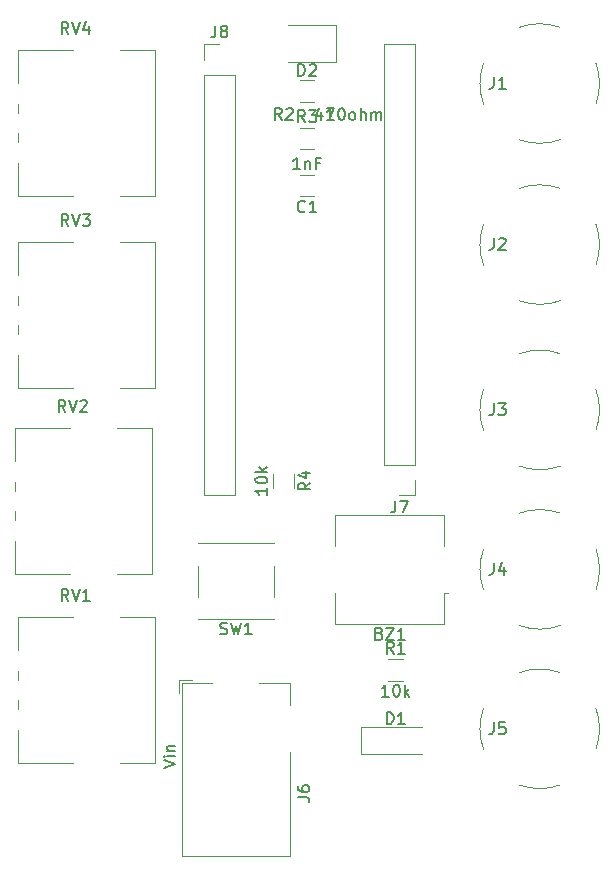
<source format=gbr>
G04 #@! TF.GenerationSoftware,KiCad,Pcbnew,5.1.6-c6e7f7d~86~ubuntu20.04.1*
G04 #@! TF.CreationDate,2020-06-08T22:40:47+01:00*
G04 #@! TF.ProjectId,spikeling,7370696b-656c-4696-9e67-2e6b69636164,rev?*
G04 #@! TF.SameCoordinates,Original*
G04 #@! TF.FileFunction,Legend,Top*
G04 #@! TF.FilePolarity,Positive*
%FSLAX46Y46*%
G04 Gerber Fmt 4.6, Leading zero omitted, Abs format (unit mm)*
G04 Created by KiCad (PCBNEW 5.1.6-c6e7f7d~86~ubuntu20.04.1) date 2020-06-08 22:40:47*
%MOMM*%
%LPD*%
G01*
G04 APERTURE LIST*
%ADD10C,0.120000*%
%ADD11C,0.150000*%
G04 APERTURE END LIST*
D10*
X182942411Y-80787337D02*
G75*
G03*
X182956000Y-84250000I4763589J-1712663D01*
G01*
X185993337Y-87263589D02*
G75*
G03*
X189456000Y-87250000I1712663J4763589D01*
G01*
X192469589Y-84212663D02*
G75*
G03*
X192456000Y-80750000I-4763589J1712663D01*
G01*
X189418663Y-77736411D02*
G75*
G03*
X185956000Y-77750000I-1712663J-4763589D01*
G01*
X174897936Y-103590000D02*
X176102064Y-103590000D01*
X174897936Y-105410000D02*
X176102064Y-105410000D01*
X168602064Y-64410000D02*
X167397936Y-64410000D01*
X168602064Y-62590000D02*
X167397936Y-62590000D01*
X166910000Y-87897936D02*
X166910000Y-89102064D01*
X165090000Y-87897936D02*
X165090000Y-89102064D01*
X167397936Y-58590000D02*
X168602064Y-58590000D01*
X167397936Y-60410000D02*
X168602064Y-60410000D01*
X167397936Y-54590000D02*
X168602064Y-54590000D01*
X167397936Y-56410000D02*
X168602064Y-56410000D01*
X159254000Y-89722000D02*
X161914000Y-89722000D01*
X159254000Y-54102000D02*
X159254000Y-89722000D01*
X161914000Y-54102000D02*
X161914000Y-89722000D01*
X159254000Y-54102000D02*
X161914000Y-54102000D01*
X159254000Y-52832000D02*
X159254000Y-51502000D01*
X159254000Y-51502000D02*
X160584000Y-51502000D01*
X177154000Y-51502000D02*
X174494000Y-51502000D01*
X177154000Y-87122000D02*
X177154000Y-51502000D01*
X174494000Y-87122000D02*
X174494000Y-51502000D01*
X177154000Y-87122000D02*
X174494000Y-87122000D01*
X177154000Y-88392000D02*
X177154000Y-89722000D01*
X177154000Y-89722000D02*
X175824000Y-89722000D01*
X143302000Y-84040000D02*
X147968000Y-84040000D01*
X151877000Y-84040000D02*
X154892000Y-84040000D01*
X143302000Y-96380000D02*
X147968000Y-96380000D01*
X151877000Y-96380000D02*
X154892000Y-96380000D01*
X143302000Y-84040000D02*
X143302000Y-86839000D01*
X143302000Y-88581000D02*
X143302000Y-89340000D01*
X143302000Y-91081000D02*
X143302000Y-91840000D01*
X143302000Y-93580000D02*
X143302000Y-96380000D01*
X154892000Y-84040000D02*
X154892000Y-96380000D01*
X155146000Y-68292000D02*
X155146000Y-80632000D01*
X143556000Y-77832000D02*
X143556000Y-80632000D01*
X143556000Y-75333000D02*
X143556000Y-76092000D01*
X143556000Y-72833000D02*
X143556000Y-73592000D01*
X143556000Y-68292000D02*
X143556000Y-71091000D01*
X152131000Y-80632000D02*
X155146000Y-80632000D01*
X143556000Y-80632000D02*
X148222000Y-80632000D01*
X152131000Y-68292000D02*
X155146000Y-68292000D01*
X143556000Y-68292000D02*
X148222000Y-68292000D01*
X143556000Y-52036000D02*
X148222000Y-52036000D01*
X152131000Y-52036000D02*
X155146000Y-52036000D01*
X143556000Y-64376000D02*
X148222000Y-64376000D01*
X152131000Y-64376000D02*
X155146000Y-64376000D01*
X143556000Y-52036000D02*
X143556000Y-54835000D01*
X143556000Y-56577000D02*
X143556000Y-57336000D01*
X143556000Y-59077000D02*
X143556000Y-59836000D01*
X143556000Y-61576000D02*
X143556000Y-64376000D01*
X155146000Y-52036000D02*
X155146000Y-64376000D01*
X155146000Y-100042000D02*
X155146000Y-112382000D01*
X143556000Y-109582000D02*
X143556000Y-112382000D01*
X143556000Y-107083000D02*
X143556000Y-107842000D01*
X143556000Y-104583000D02*
X143556000Y-105342000D01*
X143556000Y-100042000D02*
X143556000Y-102841000D01*
X152131000Y-112382000D02*
X155146000Y-112382000D01*
X143556000Y-112382000D02*
X148222000Y-112382000D01*
X152131000Y-100042000D02*
X155146000Y-100042000D01*
X143556000Y-100042000D02*
X148222000Y-100042000D01*
X182942411Y-53151337D02*
G75*
G03*
X182956000Y-56614000I4763589J-1712663D01*
G01*
X185993337Y-59627589D02*
G75*
G03*
X189456000Y-59614000I1712663J4763589D01*
G01*
X192469589Y-56576663D02*
G75*
G03*
X192456000Y-53114000I-4763589J1712663D01*
G01*
X189418663Y-50100411D02*
G75*
G03*
X185956000Y-50114000I-1712663J-4763589D01*
G01*
X189418663Y-63736411D02*
G75*
G03*
X185956000Y-63750000I-1712663J-4763589D01*
G01*
X192469589Y-70212663D02*
G75*
G03*
X192456000Y-66750000I-4763589J1712663D01*
G01*
X185993337Y-73263589D02*
G75*
G03*
X189456000Y-73250000I1712663J4763589D01*
G01*
X182942411Y-66787337D02*
G75*
G03*
X182956000Y-70250000I4763589J-1712663D01*
G01*
X182942411Y-94287337D02*
G75*
G03*
X182956000Y-97750000I4763589J-1712663D01*
G01*
X185993337Y-100763589D02*
G75*
G03*
X189456000Y-100750000I1712663J4763589D01*
G01*
X192469589Y-97712663D02*
G75*
G03*
X192456000Y-94250000I-4763589J1712663D01*
G01*
X189418663Y-91236411D02*
G75*
G03*
X185956000Y-91250000I-1712663J-4763589D01*
G01*
X189418663Y-104736411D02*
G75*
G03*
X185956000Y-104750000I-1712663J-4763589D01*
G01*
X192469589Y-111212663D02*
G75*
G03*
X192456000Y-107750000I-4763589J1712663D01*
G01*
X185993337Y-114263589D02*
G75*
G03*
X189456000Y-114250000I1712663J4763589D01*
G01*
X182942411Y-107787337D02*
G75*
G03*
X182956000Y-111250000I4763589J-1712663D01*
G01*
X179610000Y-97960000D02*
X179610000Y-100610000D01*
X179610000Y-100610000D02*
X170390000Y-100610000D01*
X170390000Y-100610000D02*
X170390000Y-97960000D01*
X170390000Y-94040000D02*
X170390000Y-91390000D01*
X170390000Y-91390000D02*
X179610000Y-91390000D01*
X179610000Y-91390000D02*
X179610000Y-94040000D01*
X179610000Y-97960000D02*
X179940000Y-97960000D01*
X170460000Y-49915000D02*
X166400000Y-49915000D01*
X170460000Y-53085000D02*
X170460000Y-49915000D01*
X166400000Y-53085000D02*
X170460000Y-53085000D01*
X157400000Y-105600000D02*
X160000000Y-105600000D01*
X157400000Y-120300000D02*
X157400000Y-105600000D01*
X166600000Y-105600000D02*
X166600000Y-107500000D01*
X163900000Y-105600000D02*
X166600000Y-105600000D01*
X166600000Y-120300000D02*
X157400000Y-120300000D01*
X166600000Y-111500000D02*
X166600000Y-120300000D01*
X157200000Y-106450000D02*
X157200000Y-105400000D01*
X158250000Y-105400000D02*
X157200000Y-105400000D01*
X177750000Y-109340000D02*
X172540000Y-109340000D01*
X172540000Y-109340000D02*
X172540000Y-111660000D01*
X172540000Y-111660000D02*
X177750000Y-111660000D01*
X158770000Y-100230000D02*
X158770000Y-100200000D01*
X158770000Y-93770000D02*
X158770000Y-93800000D01*
X165230000Y-93770000D02*
X165230000Y-93800000D01*
X165230000Y-100200000D02*
X165230000Y-100230000D01*
X158770000Y-98300000D02*
X158770000Y-95700000D01*
X165230000Y-100230000D02*
X158770000Y-100230000D01*
X165230000Y-98300000D02*
X165230000Y-95700000D01*
X165230000Y-93770000D02*
X158770000Y-93770000D01*
D11*
X183816666Y-81952380D02*
X183816666Y-82666666D01*
X183769047Y-82809523D01*
X183673809Y-82904761D01*
X183530952Y-82952380D01*
X183435714Y-82952380D01*
X184197619Y-81952380D02*
X184816666Y-81952380D01*
X184483333Y-82333333D01*
X184626190Y-82333333D01*
X184721428Y-82380952D01*
X184769047Y-82428571D01*
X184816666Y-82523809D01*
X184816666Y-82761904D01*
X184769047Y-82857142D01*
X184721428Y-82904761D01*
X184626190Y-82952380D01*
X184340476Y-82952380D01*
X184245238Y-82904761D01*
X184197619Y-82857142D01*
X175333333Y-103132380D02*
X175000000Y-102656190D01*
X174761904Y-103132380D02*
X174761904Y-102132380D01*
X175142857Y-102132380D01*
X175238095Y-102180000D01*
X175285714Y-102227619D01*
X175333333Y-102322857D01*
X175333333Y-102465714D01*
X175285714Y-102560952D01*
X175238095Y-102608571D01*
X175142857Y-102656190D01*
X174761904Y-102656190D01*
X176285714Y-103132380D02*
X175714285Y-103132380D01*
X176000000Y-103132380D02*
X176000000Y-102132380D01*
X175904761Y-102275238D01*
X175809523Y-102370476D01*
X175714285Y-102418095D01*
X174904761Y-106772380D02*
X174333333Y-106772380D01*
X174619047Y-106772380D02*
X174619047Y-105772380D01*
X174523809Y-105915238D01*
X174428571Y-106010476D01*
X174333333Y-106058095D01*
X175523809Y-105772380D02*
X175619047Y-105772380D01*
X175714285Y-105820000D01*
X175761904Y-105867619D01*
X175809523Y-105962857D01*
X175857142Y-106153333D01*
X175857142Y-106391428D01*
X175809523Y-106581904D01*
X175761904Y-106677142D01*
X175714285Y-106724761D01*
X175619047Y-106772380D01*
X175523809Y-106772380D01*
X175428571Y-106724761D01*
X175380952Y-106677142D01*
X175333333Y-106581904D01*
X175285714Y-106391428D01*
X175285714Y-106153333D01*
X175333333Y-105962857D01*
X175380952Y-105867619D01*
X175428571Y-105820000D01*
X175523809Y-105772380D01*
X176285714Y-106772380D02*
X176285714Y-105772380D01*
X176380952Y-106391428D02*
X176666666Y-106772380D01*
X176666666Y-106105714D02*
X176285714Y-106486666D01*
X167833333Y-65677142D02*
X167785714Y-65724761D01*
X167642857Y-65772380D01*
X167547619Y-65772380D01*
X167404761Y-65724761D01*
X167309523Y-65629523D01*
X167261904Y-65534285D01*
X167214285Y-65343809D01*
X167214285Y-65200952D01*
X167261904Y-65010476D01*
X167309523Y-64915238D01*
X167404761Y-64820000D01*
X167547619Y-64772380D01*
X167642857Y-64772380D01*
X167785714Y-64820000D01*
X167833333Y-64867619D01*
X168785714Y-65772380D02*
X168214285Y-65772380D01*
X168500000Y-65772380D02*
X168500000Y-64772380D01*
X168404761Y-64915238D01*
X168309523Y-65010476D01*
X168214285Y-65058095D01*
X167404761Y-62132380D02*
X166833333Y-62132380D01*
X167119047Y-62132380D02*
X167119047Y-61132380D01*
X167023809Y-61275238D01*
X166928571Y-61370476D01*
X166833333Y-61418095D01*
X167833333Y-61465714D02*
X167833333Y-62132380D01*
X167833333Y-61560952D02*
X167880952Y-61513333D01*
X167976190Y-61465714D01*
X168119047Y-61465714D01*
X168214285Y-61513333D01*
X168261904Y-61608571D01*
X168261904Y-62132380D01*
X169071428Y-61608571D02*
X168738095Y-61608571D01*
X168738095Y-62132380D02*
X168738095Y-61132380D01*
X169214285Y-61132380D01*
X168272380Y-88666666D02*
X167796190Y-89000000D01*
X168272380Y-89238095D02*
X167272380Y-89238095D01*
X167272380Y-88857142D01*
X167320000Y-88761904D01*
X167367619Y-88714285D01*
X167462857Y-88666666D01*
X167605714Y-88666666D01*
X167700952Y-88714285D01*
X167748571Y-88761904D01*
X167796190Y-88857142D01*
X167796190Y-89238095D01*
X167605714Y-87809523D02*
X168272380Y-87809523D01*
X167224761Y-88047619D02*
X167939047Y-88285714D01*
X167939047Y-87666666D01*
X164632380Y-89095238D02*
X164632380Y-89666666D01*
X164632380Y-89380952D02*
X163632380Y-89380952D01*
X163775238Y-89476190D01*
X163870476Y-89571428D01*
X163918095Y-89666666D01*
X163632380Y-88476190D02*
X163632380Y-88380952D01*
X163680000Y-88285714D01*
X163727619Y-88238095D01*
X163822857Y-88190476D01*
X164013333Y-88142857D01*
X164251428Y-88142857D01*
X164441904Y-88190476D01*
X164537142Y-88238095D01*
X164584761Y-88285714D01*
X164632380Y-88380952D01*
X164632380Y-88476190D01*
X164584761Y-88571428D01*
X164537142Y-88619047D01*
X164441904Y-88666666D01*
X164251428Y-88714285D01*
X164013333Y-88714285D01*
X163822857Y-88666666D01*
X163727619Y-88619047D01*
X163680000Y-88571428D01*
X163632380Y-88476190D01*
X164632380Y-87714285D02*
X163632380Y-87714285D01*
X164251428Y-87619047D02*
X164632380Y-87333333D01*
X163965714Y-87333333D02*
X164346666Y-87714285D01*
X167833333Y-58132380D02*
X167500000Y-57656190D01*
X167261904Y-58132380D02*
X167261904Y-57132380D01*
X167642857Y-57132380D01*
X167738095Y-57180000D01*
X167785714Y-57227619D01*
X167833333Y-57322857D01*
X167833333Y-57465714D01*
X167785714Y-57560952D01*
X167738095Y-57608571D01*
X167642857Y-57656190D01*
X167261904Y-57656190D01*
X168166666Y-57132380D02*
X168785714Y-57132380D01*
X168452380Y-57513333D01*
X168595238Y-57513333D01*
X168690476Y-57560952D01*
X168738095Y-57608571D01*
X168785714Y-57703809D01*
X168785714Y-57941904D01*
X168738095Y-58037142D01*
X168690476Y-58084761D01*
X168595238Y-58132380D01*
X168309523Y-58132380D01*
X168214285Y-58084761D01*
X168166666Y-58037142D01*
X170250595Y-57952380D02*
X169679166Y-57952380D01*
X169964880Y-57952380D02*
X169964880Y-56952380D01*
X169869642Y-57095238D01*
X169774404Y-57190476D01*
X169679166Y-57238095D01*
X170869642Y-56952380D02*
X170964880Y-56952380D01*
X171060119Y-57000000D01*
X171107738Y-57047619D01*
X171155357Y-57142857D01*
X171202976Y-57333333D01*
X171202976Y-57571428D01*
X171155357Y-57761904D01*
X171107738Y-57857142D01*
X171060119Y-57904761D01*
X170964880Y-57952380D01*
X170869642Y-57952380D01*
X170774404Y-57904761D01*
X170726785Y-57857142D01*
X170679166Y-57761904D01*
X170631547Y-57571428D01*
X170631547Y-57333333D01*
X170679166Y-57142857D01*
X170726785Y-57047619D01*
X170774404Y-57000000D01*
X170869642Y-56952380D01*
X171774404Y-57952380D02*
X171679166Y-57904761D01*
X171631547Y-57857142D01*
X171583928Y-57761904D01*
X171583928Y-57476190D01*
X171631547Y-57380952D01*
X171679166Y-57333333D01*
X171774404Y-57285714D01*
X171917261Y-57285714D01*
X172012500Y-57333333D01*
X172060119Y-57380952D01*
X172107738Y-57476190D01*
X172107738Y-57761904D01*
X172060119Y-57857142D01*
X172012500Y-57904761D01*
X171917261Y-57952380D01*
X171774404Y-57952380D01*
X172536309Y-57952380D02*
X172536309Y-56952380D01*
X172964880Y-57952380D02*
X172964880Y-57428571D01*
X172917261Y-57333333D01*
X172822023Y-57285714D01*
X172679166Y-57285714D01*
X172583928Y-57333333D01*
X172536309Y-57380952D01*
X173441071Y-57952380D02*
X173441071Y-57285714D01*
X173441071Y-57380952D02*
X173488690Y-57333333D01*
X173583928Y-57285714D01*
X173726785Y-57285714D01*
X173822023Y-57333333D01*
X173869642Y-57428571D01*
X173869642Y-57952380D01*
X173869642Y-57428571D02*
X173917261Y-57333333D01*
X174012500Y-57285714D01*
X174155357Y-57285714D01*
X174250595Y-57333333D01*
X174298214Y-57428571D01*
X174298214Y-57952380D01*
X165845833Y-57952380D02*
X165512500Y-57476190D01*
X165274404Y-57952380D02*
X165274404Y-56952380D01*
X165655357Y-56952380D01*
X165750595Y-57000000D01*
X165798214Y-57047619D01*
X165845833Y-57142857D01*
X165845833Y-57285714D01*
X165798214Y-57380952D01*
X165750595Y-57428571D01*
X165655357Y-57476190D01*
X165274404Y-57476190D01*
X166226785Y-57047619D02*
X166274404Y-57000000D01*
X166369642Y-56952380D01*
X166607738Y-56952380D01*
X166702976Y-57000000D01*
X166750595Y-57047619D01*
X166798214Y-57142857D01*
X166798214Y-57238095D01*
X166750595Y-57380952D01*
X166179166Y-57952380D01*
X166798214Y-57952380D01*
X169226785Y-57285714D02*
X169226785Y-57952380D01*
X168988690Y-56904761D02*
X168750595Y-57619047D01*
X169369642Y-57619047D01*
X169655357Y-56952380D02*
X170322023Y-56952380D01*
X169893452Y-57952380D01*
X160250666Y-49954380D02*
X160250666Y-50668666D01*
X160203047Y-50811523D01*
X160107809Y-50906761D01*
X159964952Y-50954380D01*
X159869714Y-50954380D01*
X160869714Y-50382952D02*
X160774476Y-50335333D01*
X160726857Y-50287714D01*
X160679238Y-50192476D01*
X160679238Y-50144857D01*
X160726857Y-50049619D01*
X160774476Y-50002000D01*
X160869714Y-49954380D01*
X161060190Y-49954380D01*
X161155428Y-50002000D01*
X161203047Y-50049619D01*
X161250666Y-50144857D01*
X161250666Y-50192476D01*
X161203047Y-50287714D01*
X161155428Y-50335333D01*
X161060190Y-50382952D01*
X160869714Y-50382952D01*
X160774476Y-50430571D01*
X160726857Y-50478190D01*
X160679238Y-50573428D01*
X160679238Y-50763904D01*
X160726857Y-50859142D01*
X160774476Y-50906761D01*
X160869714Y-50954380D01*
X161060190Y-50954380D01*
X161155428Y-50906761D01*
X161203047Y-50859142D01*
X161250666Y-50763904D01*
X161250666Y-50573428D01*
X161203047Y-50478190D01*
X161155428Y-50430571D01*
X161060190Y-50382952D01*
X175490666Y-90174380D02*
X175490666Y-90888666D01*
X175443047Y-91031523D01*
X175347809Y-91126761D01*
X175204952Y-91174380D01*
X175109714Y-91174380D01*
X175871619Y-90174380D02*
X176538285Y-90174380D01*
X176109714Y-91174380D01*
X147551761Y-82662380D02*
X147218428Y-82186190D01*
X146980333Y-82662380D02*
X146980333Y-81662380D01*
X147361285Y-81662380D01*
X147456523Y-81710000D01*
X147504142Y-81757619D01*
X147551761Y-81852857D01*
X147551761Y-81995714D01*
X147504142Y-82090952D01*
X147456523Y-82138571D01*
X147361285Y-82186190D01*
X146980333Y-82186190D01*
X147837476Y-81662380D02*
X148170809Y-82662380D01*
X148504142Y-81662380D01*
X148789857Y-81757619D02*
X148837476Y-81710000D01*
X148932714Y-81662380D01*
X149170809Y-81662380D01*
X149266047Y-81710000D01*
X149313666Y-81757619D01*
X149361285Y-81852857D01*
X149361285Y-81948095D01*
X149313666Y-82090952D01*
X148742238Y-82662380D01*
X149361285Y-82662380D01*
X147805761Y-66914380D02*
X147472428Y-66438190D01*
X147234333Y-66914380D02*
X147234333Y-65914380D01*
X147615285Y-65914380D01*
X147710523Y-65962000D01*
X147758142Y-66009619D01*
X147805761Y-66104857D01*
X147805761Y-66247714D01*
X147758142Y-66342952D01*
X147710523Y-66390571D01*
X147615285Y-66438190D01*
X147234333Y-66438190D01*
X148091476Y-65914380D02*
X148424809Y-66914380D01*
X148758142Y-65914380D01*
X148996238Y-65914380D02*
X149615285Y-65914380D01*
X149281952Y-66295333D01*
X149424809Y-66295333D01*
X149520047Y-66342952D01*
X149567666Y-66390571D01*
X149615285Y-66485809D01*
X149615285Y-66723904D01*
X149567666Y-66819142D01*
X149520047Y-66866761D01*
X149424809Y-66914380D01*
X149139095Y-66914380D01*
X149043857Y-66866761D01*
X148996238Y-66819142D01*
X147805761Y-50658380D02*
X147472428Y-50182190D01*
X147234333Y-50658380D02*
X147234333Y-49658380D01*
X147615285Y-49658380D01*
X147710523Y-49706000D01*
X147758142Y-49753619D01*
X147805761Y-49848857D01*
X147805761Y-49991714D01*
X147758142Y-50086952D01*
X147710523Y-50134571D01*
X147615285Y-50182190D01*
X147234333Y-50182190D01*
X148091476Y-49658380D02*
X148424809Y-50658380D01*
X148758142Y-49658380D01*
X149520047Y-49991714D02*
X149520047Y-50658380D01*
X149281952Y-49610761D02*
X149043857Y-50325047D01*
X149662904Y-50325047D01*
X147805761Y-98664380D02*
X147472428Y-98188190D01*
X147234333Y-98664380D02*
X147234333Y-97664380D01*
X147615285Y-97664380D01*
X147710523Y-97712000D01*
X147758142Y-97759619D01*
X147805761Y-97854857D01*
X147805761Y-97997714D01*
X147758142Y-98092952D01*
X147710523Y-98140571D01*
X147615285Y-98188190D01*
X147234333Y-98188190D01*
X148091476Y-97664380D02*
X148424809Y-98664380D01*
X148758142Y-97664380D01*
X149615285Y-98664380D02*
X149043857Y-98664380D01*
X149329571Y-98664380D02*
X149329571Y-97664380D01*
X149234333Y-97807238D01*
X149139095Y-97902476D01*
X149043857Y-97950095D01*
X183816666Y-54316380D02*
X183816666Y-55030666D01*
X183769047Y-55173523D01*
X183673809Y-55268761D01*
X183530952Y-55316380D01*
X183435714Y-55316380D01*
X184816666Y-55316380D02*
X184245238Y-55316380D01*
X184530952Y-55316380D02*
X184530952Y-54316380D01*
X184435714Y-54459238D01*
X184340476Y-54554476D01*
X184245238Y-54602095D01*
X183816666Y-67952380D02*
X183816666Y-68666666D01*
X183769047Y-68809523D01*
X183673809Y-68904761D01*
X183530952Y-68952380D01*
X183435714Y-68952380D01*
X184245238Y-68047619D02*
X184292857Y-68000000D01*
X184388095Y-67952380D01*
X184626190Y-67952380D01*
X184721428Y-68000000D01*
X184769047Y-68047619D01*
X184816666Y-68142857D01*
X184816666Y-68238095D01*
X184769047Y-68380952D01*
X184197619Y-68952380D01*
X184816666Y-68952380D01*
X183816666Y-95452380D02*
X183816666Y-96166666D01*
X183769047Y-96309523D01*
X183673809Y-96404761D01*
X183530952Y-96452380D01*
X183435714Y-96452380D01*
X184721428Y-95785714D02*
X184721428Y-96452380D01*
X184483333Y-95404761D02*
X184245238Y-96119047D01*
X184864285Y-96119047D01*
X183816666Y-108952380D02*
X183816666Y-109666666D01*
X183769047Y-109809523D01*
X183673809Y-109904761D01*
X183530952Y-109952380D01*
X183435714Y-109952380D01*
X184769047Y-108952380D02*
X184292857Y-108952380D01*
X184245238Y-109428571D01*
X184292857Y-109380952D01*
X184388095Y-109333333D01*
X184626190Y-109333333D01*
X184721428Y-109380952D01*
X184769047Y-109428571D01*
X184816666Y-109523809D01*
X184816666Y-109761904D01*
X184769047Y-109857142D01*
X184721428Y-109904761D01*
X184626190Y-109952380D01*
X184388095Y-109952380D01*
X184292857Y-109904761D01*
X184245238Y-109857142D01*
X174119047Y-101428571D02*
X174261904Y-101476190D01*
X174309523Y-101523809D01*
X174357142Y-101619047D01*
X174357142Y-101761904D01*
X174309523Y-101857142D01*
X174261904Y-101904761D01*
X174166666Y-101952380D01*
X173785714Y-101952380D01*
X173785714Y-100952380D01*
X174119047Y-100952380D01*
X174214285Y-101000000D01*
X174261904Y-101047619D01*
X174309523Y-101142857D01*
X174309523Y-101238095D01*
X174261904Y-101333333D01*
X174214285Y-101380952D01*
X174119047Y-101428571D01*
X173785714Y-101428571D01*
X174690476Y-100952380D02*
X175357142Y-100952380D01*
X174690476Y-101952380D01*
X175357142Y-101952380D01*
X176261904Y-101952380D02*
X175690476Y-101952380D01*
X175976190Y-101952380D02*
X175976190Y-100952380D01*
X175880952Y-101095238D01*
X175785714Y-101190476D01*
X175690476Y-101238095D01*
X167261904Y-54232380D02*
X167261904Y-53232380D01*
X167500000Y-53232380D01*
X167642857Y-53280000D01*
X167738095Y-53375238D01*
X167785714Y-53470476D01*
X167833333Y-53660952D01*
X167833333Y-53803809D01*
X167785714Y-53994285D01*
X167738095Y-54089523D01*
X167642857Y-54184761D01*
X167500000Y-54232380D01*
X167261904Y-54232380D01*
X168214285Y-53327619D02*
X168261904Y-53280000D01*
X168357142Y-53232380D01*
X168595238Y-53232380D01*
X168690476Y-53280000D01*
X168738095Y-53327619D01*
X168785714Y-53422857D01*
X168785714Y-53518095D01*
X168738095Y-53660952D01*
X168166666Y-54232380D01*
X168785714Y-54232380D01*
X167202380Y-115283333D02*
X167916666Y-115283333D01*
X168059523Y-115330952D01*
X168154761Y-115426190D01*
X168202380Y-115569047D01*
X168202380Y-115664285D01*
X167202380Y-114378571D02*
X167202380Y-114569047D01*
X167250000Y-114664285D01*
X167297619Y-114711904D01*
X167440476Y-114807142D01*
X167630952Y-114854761D01*
X168011904Y-114854761D01*
X168107142Y-114807142D01*
X168154761Y-114759523D01*
X168202380Y-114664285D01*
X168202380Y-114473809D01*
X168154761Y-114378571D01*
X168107142Y-114330952D01*
X168011904Y-114283333D01*
X167773809Y-114283333D01*
X167678571Y-114330952D01*
X167630952Y-114378571D01*
X167583333Y-114473809D01*
X167583333Y-114664285D01*
X167630952Y-114759523D01*
X167678571Y-114807142D01*
X167773809Y-114854761D01*
X155852380Y-112823809D02*
X156852380Y-112490476D01*
X155852380Y-112157142D01*
X156852380Y-111823809D02*
X156185714Y-111823809D01*
X155852380Y-111823809D02*
X155900000Y-111871428D01*
X155947619Y-111823809D01*
X155900000Y-111776190D01*
X155852380Y-111823809D01*
X155947619Y-111823809D01*
X156185714Y-111347619D02*
X156852380Y-111347619D01*
X156280952Y-111347619D02*
X156233333Y-111300000D01*
X156185714Y-111204761D01*
X156185714Y-111061904D01*
X156233333Y-110966666D01*
X156328571Y-110919047D01*
X156852380Y-110919047D01*
X174761904Y-109102380D02*
X174761904Y-108102380D01*
X175000000Y-108102380D01*
X175142857Y-108150000D01*
X175238095Y-108245238D01*
X175285714Y-108340476D01*
X175333333Y-108530952D01*
X175333333Y-108673809D01*
X175285714Y-108864285D01*
X175238095Y-108959523D01*
X175142857Y-109054761D01*
X175000000Y-109102380D01*
X174761904Y-109102380D01*
X176285714Y-109102380D02*
X175714285Y-109102380D01*
X176000000Y-109102380D02*
X176000000Y-108102380D01*
X175904761Y-108245238D01*
X175809523Y-108340476D01*
X175714285Y-108388095D01*
X160666666Y-101454761D02*
X160809523Y-101502380D01*
X161047619Y-101502380D01*
X161142857Y-101454761D01*
X161190476Y-101407142D01*
X161238095Y-101311904D01*
X161238095Y-101216666D01*
X161190476Y-101121428D01*
X161142857Y-101073809D01*
X161047619Y-101026190D01*
X160857142Y-100978571D01*
X160761904Y-100930952D01*
X160714285Y-100883333D01*
X160666666Y-100788095D01*
X160666666Y-100692857D01*
X160714285Y-100597619D01*
X160761904Y-100550000D01*
X160857142Y-100502380D01*
X161095238Y-100502380D01*
X161238095Y-100550000D01*
X161571428Y-100502380D02*
X161809523Y-101502380D01*
X162000000Y-100788095D01*
X162190476Y-101502380D01*
X162428571Y-100502380D01*
X163333333Y-101502380D02*
X162761904Y-101502380D01*
X163047619Y-101502380D02*
X163047619Y-100502380D01*
X162952380Y-100645238D01*
X162857142Y-100740476D01*
X162761904Y-100788095D01*
M02*

</source>
